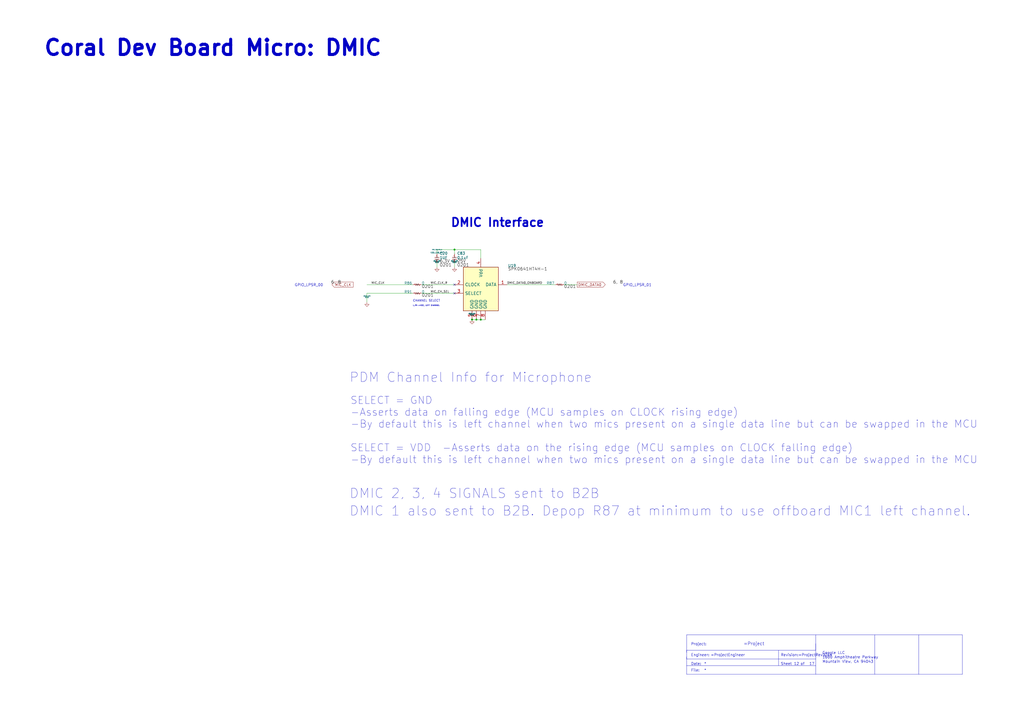
<source format=kicad_sch>
(kicad_sch (version 20230121) (generator eeschema)
  (paper "A2")
  (title_block (title "12 DMIC-SchDoc") (date "31 01 2024"))
  (lib_symbols
    (symbol "12 DMIC-SchDoc-rescue:MIC_SPK0641HT4H-1-" (pin_names (offset 1.016))
      (property "Reference" "U" (at 25.908 0 0))
      (property "Value" "MIC_SPK0641HT4H-1" (at 0 0 0))
      (symbol "MIC_SPK0641HT4H-1-_0_1"
        (rectangle (start 0 -25.4) (end 20.32 0) (stroke (width 0.254)) (fill (type background)))
        (pin output line (at 25.4 -10.16 180) (length 5.08) (name "DATA") (number "1"))
        (pin input line (at -5.08 -10.16 0) (length 5.08) (name "CLOCK") (number "2"))
        (pin input line (at -5.08 -15.24 0) (length 5.08) (name "SELECT") (number "3"))
        (pin power_in line (at 10.16 5.08 270) (length 5.08) (name "Vdd") (number "4"))
        (pin power_in line (at 5.08 -30.48 90) (length 5.08) (name "GND") (number "5"))
        (pin power_in line (at 7.62 -30.48 90) (length 5.08) (name "GND") (number "6"))
        (pin power_in line (at 10.16 -30.48 90) (length 5.08) (name "GND") (number "7"))
        (pin power_in line (at 12.7 -30.48 90) (length 5.08) (name "GND") (number "8"))
      )
    )
    (symbol "12 DMIC-SchDoc-rescue:__Template_Cap-" (pin_names (offset 1.016))
      (property "Reference" "C" (at 1.524 -0.508 0))
      (property "Value" "__Template_Cap" (at 0 0 0))
      (symbol "__Template_Cap-_0_1"
        (polyline (pts (xy 1.27 -3.048) (xy -1.27 -3.048)) (stroke (width 0.254)))
        (polyline (pts (xy 1.27 -2.032) (xy -1.27 -2.032)) (stroke (width 0.254)))
        (pin passive line (at 0 0 270) (length 2.032) (name "P") (number "1"))
        (pin passive line (at 0 -5.08 90) (length 2.032) (name "P") (number "2"))
      )
    )
    (symbol "12 DMIC-SchDoc-rescue:__Template_Resistor-" (pin_names (offset 1.016))
      (property "Reference" "R" (at -5.08 0 0))
      (property "Value" "__Template_Resistor" (at 0 0 0))
      (symbol "__Template_Resistor-_0_1"
        (polyline (pts (xy 1.016 0) (xy 1.27 0.508) (xy 1.778 -0.508) (xy 2.286 0.508) (xy 2.794 -0.508) (xy 3.302 0.508) (xy 3.81 -0.508) (xy 4.064 0)) (stroke (width 0.254)))
        (pin passive line (at 0 0 0) (length 1.016) (name "P") (number "1"))
        (pin passive line (at 5.08 0 180) (length 1.016) (name "P") (number "2"))
      )
    )
    (symbol "power:GND" (power) (pin_names (offset 0))
      (property "Value" "GND" (at 0 -3.81 0))
      (symbol "GND_0_1"
        (polyline (pts (xy 0 0) (xy 0 -1.27) (xy 1.27 -1.27) (xy 0 -2.54) (xy -1.27 -1.27) (xy 0 -1.27)))
      )
      (symbol "GND_1_1"
        (pin power_in line (at 0 0 270) (length 0) hide (name "GND") (number "1"))
      )
    )
  )
  (junction (at 276.352 185.42))
  (junction (at 273.812 185.42))
  (junction (at 278.892 185.42))
  (junction (at 263.652 144.78))
  (no_connect (at 263.652 165.1))
  (no_connect (at 263.652 170.18))
  (wire (pts (xy 278.892 149.86) (xy 278.892 144.78)))
  (wire (pts (xy 239.522 170.18) (xy 212.852 170.18)))
  (wire (pts (xy 253.492 152.4) (xy 253.492 154.94)))
  (polyline (pts (xy 558.292 391.16) (xy 558.292 368.3)))
  (polyline (pts (xy 473.202 386.08) (xy 473.202 382.27)))
  (wire (pts (xy 244.602 165.1) (xy 263.652 165.1)))
  (wire (pts (xy 212.852 165.1) (xy 239.522 165.1)))
  (wire (pts (xy 263.652 144.78) (xy 263.652 147.32)))
  (polyline (pts (xy 473.202 391.16) (xy 473.202 386.08)))
  (wire (pts (xy 244.602 170.18) (xy 263.652 170.18)))
  (polyline (pts (xy 507.492 391.16) (xy 507.492 368.3)))
  (polyline (pts (xy 398.272 391.16) (xy 558.292 391.16)))
  (polyline (pts (xy 473.202 382.27) (xy 398.272 382.27)))
  (wire (pts (xy 278.892 144.78) (xy 263.652 144.78)))
  (wire (pts (xy 278.892 185.42) (xy 276.352 185.42)))
  (polyline (pts (xy 473.202 368.3) (xy 473.202 377.19)))
  (polyline (pts (xy 398.272 368.3) (xy 558.292 368.3)))
  (wire (pts (xy 294.132 165.1) (xy 322.072 165.1)))
  (wire (pts (xy 212.852 170.18) (xy 212.852 175.26)))
  (polyline (pts (xy 532.892 391.16) (xy 532.892 368.3)))
  (wire (pts (xy 281.432 185.42) (xy 278.892 185.42)))
  (polyline (pts (xy 473.202 373.38) (xy 473.202 382.27)))
  (wire (pts (xy 263.652 144.78) (xy 253.492 144.78)))
  (wire (pts (xy 263.652 152.4) (xy 263.652 154.94)))
  (wire (pts (xy 334.772 165.1) (xy 327.152 165.1)))
  (polyline (pts (xy 398.272 377.19) (xy 398.272 378.46)))
  (polyline (pts (xy 451.612 386.08) (xy 451.612 377.19)))
  (polyline (pts (xy 398.272 391.16) (xy 398.272 368.3)))
  (polyline (pts (xy 398.272 382.27) (xy 398.272 381)))
  (polyline (pts (xy 473.202 377.19) (xy 398.272 377.19)))
  (polyline (pts (xy 398.272 386.08) (xy 473.202 386.08)))
  (wire (pts (xy 253.492 144.78) (xy 253.492 147.32)))
  (wire (pts (xy 276.352 185.42) (xy 273.812 185.42)))
  (text "File:" (at 400.812 389.89 0) (effects (font (size 1.524 1.524)) (justify left bottom)))
  (text "17" (at 469.392 386.08 0) (effects (font (size 1.524 1.524)) (justify left bottom)))
  (text "Project:" (at 400.812 374.65 0) (effects (font (size 1.524 1.524)) (justify left bottom)))
  (text "*" (at 408.432 389.89 0) (effects (font (size 1.524 1.524)) (justify left bottom)))
  (text "=ProjectRevision" (at 463.042 381 0) (effects (font (size 1.524 1.524)) (justify left bottom)))
  (text "12" (at 460.502 386.08 0) (effects (font (size 1.524 1.524)) (justify left bottom)))
  (text "L/R->VCC, LEFT CHANNEL" (at 239.522 177.8 0) (effects (font (size 0.762 0.762)) (justify left bottom)))
  (text "=Project" (at 431.292 374.65 0) (effects (font (size 1.8288 1.8288)) (justify left bottom)))
  (text "PDM Channel Info for Microphone" (at 202.692 222.25 0) (effects (font (size 5.4864 5.4864)) (justify left bottom)))
  (text "DMIC Interface" (at 261.112 132.08 0) (effects (font (size 4.8768 4.8768) (thickness 0.9754) bold) (justify left bottom)))
  (text "Revision:" (at 452.882 381 0) (effects (font (size 1.524 1.524)) (justify left bottom)))
  (text "Google LLC" (at 477.012 379.73 0) (effects (font (size 1.524 1.524)) (justify left bottom)))
  (text "Sheet" (at 452.882 386.08 0) (effects (font (size 1.524 1.524)) (justify left bottom)))
  (text "SELECT = GND  \n-Asserts data on falling edge (MCU samples on CLOCK rising edge)  \n-By default this is left channel when two mics present on a single data line but can be swapped in the MCU  \n  \nSELECT = VDD  -Asserts data on the rising edge (MCU samples on CLOCK falling edge)  \n-By default this is left channel when two mics present on a single data line but can be swapped in the MCU" (at 203.2 269.24 0) (effects (font (size 4.27 4.27)) (justify left bottom)))
  (text "Coral Dev Board Micro: DMIC" (at 24.892 33.02 0) (effects (font (size 8.8392 8.8392) (thickness 1.7678) bold) (justify left bottom)))
  (text "GPIO_LPSR_00" (at 170.942 166.37 0) (effects (font (size 1.524 1.524)) (justify left bottom)))
  (text "=ProjectEngineer" (at 412.242 381 0) (effects (font (size 1.524 1.524)) (justify left bottom)))
  (text "GPIO_LPSR_01" (at 361.442 166.37 0) (effects (font (size 1.524 1.524)) (justify left bottom)))
  (text "Date:" (at 400.812 386.08 0) (effects (font (size 1.524 1.524)) (justify left bottom)))
  (text "Engineer:" (at 400.812 381 0) (effects (font (size 1.524 1.524)) (justify left bottom)))
  (text "DMIC 2, 3, 4 SIGNALS sent to B2B" (at 202.692 289.56 0) (effects (font (size 5.4864 5.4864)) (justify left bottom)))
  (text "Mountain View, CA 94043" (at 477.012 384.81 0) (effects (font (size 1.524 1.524)) (justify left bottom)))
  (text "CHANNEL SELECT" (at 239.522 175.26 0) (effects (font (size 1.2192 1.2192)) (justify left bottom)))
  (text "DMIC 1 also sent to B2B. Depop R87 at minimum to use offboard MIC1 left channel." (at 202.692 299.72 0) (effects (font (size 5.4864 5.4864)) (justify left bottom)))
  (text "1600 Amphitheatre Parkway" (at 477.012 382.27 0) (effects (font (size 1.524 1.524)) (justify left bottom)))
  (text "of" (at 464.312 386.08 0) (effects (font (size 1.524 1.524)) (justify left bottom)))
  (text "*" (at 408.432 386.08 0) (effects (font (size 1.524 1.524)) (justify left bottom)))
  (label "0201" (at 255.016 155.194 0) (effects (font (size 1.778 1.778))))
  (label "25V" (at 265.176 152.908 0) (effects (font (size 1.778 1.778))))
  (label "SPK0641HT4H-1" (at 294.64 157.48 0) (effects (font (size 1.778 1.778))))
  (label "6.3V" (at 255.016 152.908 0) (effects (font (size 1.778 1.778))))
  (label "DMIC_DATA0_ONBOARD" (at 294.132 165.1 0) (effects (font (size 1.2192 1.2192))))
  (label "MIC_CH_SEL" (at 249.682 170.18 0) (effects (font (size 1.2192 1.2192))))
  (label "0201" (at 327.152 167.64 0) (effects (font (size 1.778 1.778))))
  (label "MIC_CLK_R" (at 249.682 165.1 0) (effects (font (size 1.2192 1.2192))))
  (label "0201" (at 244.602 167.64 0) (effects (font (size 1.778 1.778))))
  (label "6, 8" (at 192.024 165.1 0) (effects (font (size 1.778 1.778))))
  (label "MIC_CLK" (at 215.392 165.1 0) (effects (font (size 1.2192 1.2192))))
  (label "6, 8" (at 355.6 165.1 0) (effects (font (size 1.778 1.778))))
  (label "0201" (at 265.176 155.194 0) (effects (font (size 1.778 1.778))))
  (label "0201" (at 244.602 172.72 0) (effects (font (size 1.778 1.778))))
  (global_label "DMIC_DATA0" (shape output) (at 334.772 165.1 0) (effects (font (size 1.524 1.524))) (property "Intersheetrefs" "${INTERSHEET_REFS}" (effects hide)))
  (global_label "MIC_CLK" (shape input) (at 192.532 165.1 0) (effects (font (size 1.524 1.524))) (property "Intersheetrefs" "${INTERSHEET_REFS}" (effects hide)))
  (symbol (lib_id "12 DMIC-SchDoc-rescue:__Template_Cap-") (at 253.492 147.32 0) (unit 1)
    (property "Reference" "C20" (at 255.016 147.828 0) (effects (font (size 1.524 1.524)) (justify left bottom)))
    (property "Value" "1UF" (at 255.016 150.368 0) (effects (font (size 1.524 1.524)) (justify left bottom)))
    (property "Package" "0201" (effects hide))
    (property "Voltage" "6.3V" (effects hide))
  )
  (symbol (lib_id "12 DMIC-SchDoc-rescue:__Template_Resistor-") (at 322.072 165.1 0) (unit 1)
    (property "Reference" "R87" (at 316.992 165.1 0) (effects (font (size 1.524 1.524)) (justify left bottom)))
    (property "Value" "0" (at 327.152 165.1 0) (effects (font (size 1.524 1.524)) (justify left bottom)))
    (property "Package" "0201" (effects hide))
    (property "CrossRef" "6, 8" (effects hide))
    (property "CrossRef" "6, 8" (effects hide))
  )
  (symbol (lib_id "12 DMIC-SchDoc-rescue:__Template_Resistor-") (at 239.522 170.18 0) (unit 1)
    (property "Reference" "R91" (at 234.442 170.18 0) (effects (font (size 1.524 1.524)) (justify left bottom)))
    (property "Value" "0" (at 244.602 170.18 0) (effects (font (size 1.524 1.524)) (justify left bottom)))
    (property "Package" "0201" (effects hide))
  )
  (symbol (lib_id "12 DMIC-SchDoc-rescue:__Template_Resistor-") (at 239.522 165.1 0) (unit 1)
    (property "Reference" "R86" (at 234.442 165.1 0) (effects (font (size 1.524 1.524)) (justify left bottom)))
    (property "Value" "0" (at 244.602 165.1 0) (effects (font (size 1.524 1.524)) (justify left bottom)))
    (property "Package" "0201" (effects hide))
  )
  (symbol (lib_id "12 DMIC-SchDoc-rescue:__Template_Cap-") (at 263.652 147.32 0) (unit 1)
    (property "Reference" "C83" (at 265.176 147.828 0) (effects (font (size 1.524 1.524)) (justify left bottom)))
    (property "Value" "0.1uF" (at 265.176 150.368 0) (effects (font (size 1.524 1.524)) (justify left bottom)))
    (property "Package" "0201" (effects hide))
    (property "Voltage" "25V" (effects hide))
  )
  (symbol (lib_id "12 DMIC-SchDoc-rescue:MIC_SPK0641HT4H-1-") (at 268.732 154.94 0) (unit 1)
    (property "Reference" "U19" (at 294.64 154.94 0) (effects (font (size 1.524 1.524)) (justify left bottom)))
    (property "MFG P/N" "SPK0641HT4H-1" (effects hide))
  )
  (symbol (lib_id "power:GND") (at 253.492 154.94 0) (unit 1)
    (property "Reference" "GND_125" (at 253.492 151.384 0) (effects (font (size 0.508 0.508))))
    (property "Value" "GND" (at 253.492 152.146 0) (effects (font (size 0.762 0.762))))
  )
  (symbol (lib_id "power:+VDD_1V8_MIC") (at 253.492 144.78 0) (unit 1)
    (property "Reference" "VDD_1V8_MIC_3" (at 253.492 144.78 0) (effects (font (size 0.508 0.508))))
    (property "Value" "VDD_1V8_MIC" (at 253.492 146.558 0) (effects (font (size 0.762 0.762))))
  )
  (symbol (lib_id "power:GND") (at 273.812 185.42 0) (unit 1)
    (property "Reference" "GND_124" (at 273.812 181.864 0) (effects (font (size 0.508 0.508))))
    (property "Value" "GND" (at 273.812 182.626 0) (effects (font (size 0.762 0.762))))
  )
  (symbol (lib_id "power:GND") (at 212.852 175.26 0) (unit 1)
    (property "Reference" "GND_123" (at 212.852 171.704 0) (effects (font (size 0.508 0.508))))
    (property "Value" "GND" (at 212.852 172.466 0) (effects (font (size 0.762 0.762))))
  )
  (symbol (lib_id "power:GND") (at 263.652 154.94 0) (unit 1)
    (property "Reference" "GND_122" (at 263.652 151.384 0) (effects (font (size 0.508 0.508))))
    (property "Value" "GND" (at 263.652 152.146 0) (effects (font (size 0.762 0.762))))
  )
)
</source>
